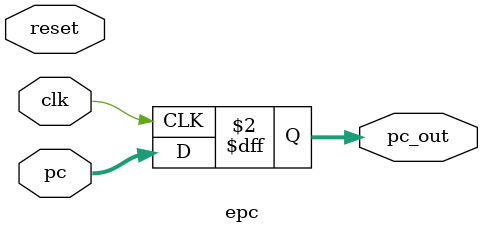
<source format=v>
`timescale 1ns / 1ps


module epc(
    input clk,reset,
    input [31:0]pc,
    output reg [31:0]pc_out
    );
    always @(posedge clk)
        begin
            pc_out<=pc;
        end
endmodule

</source>
